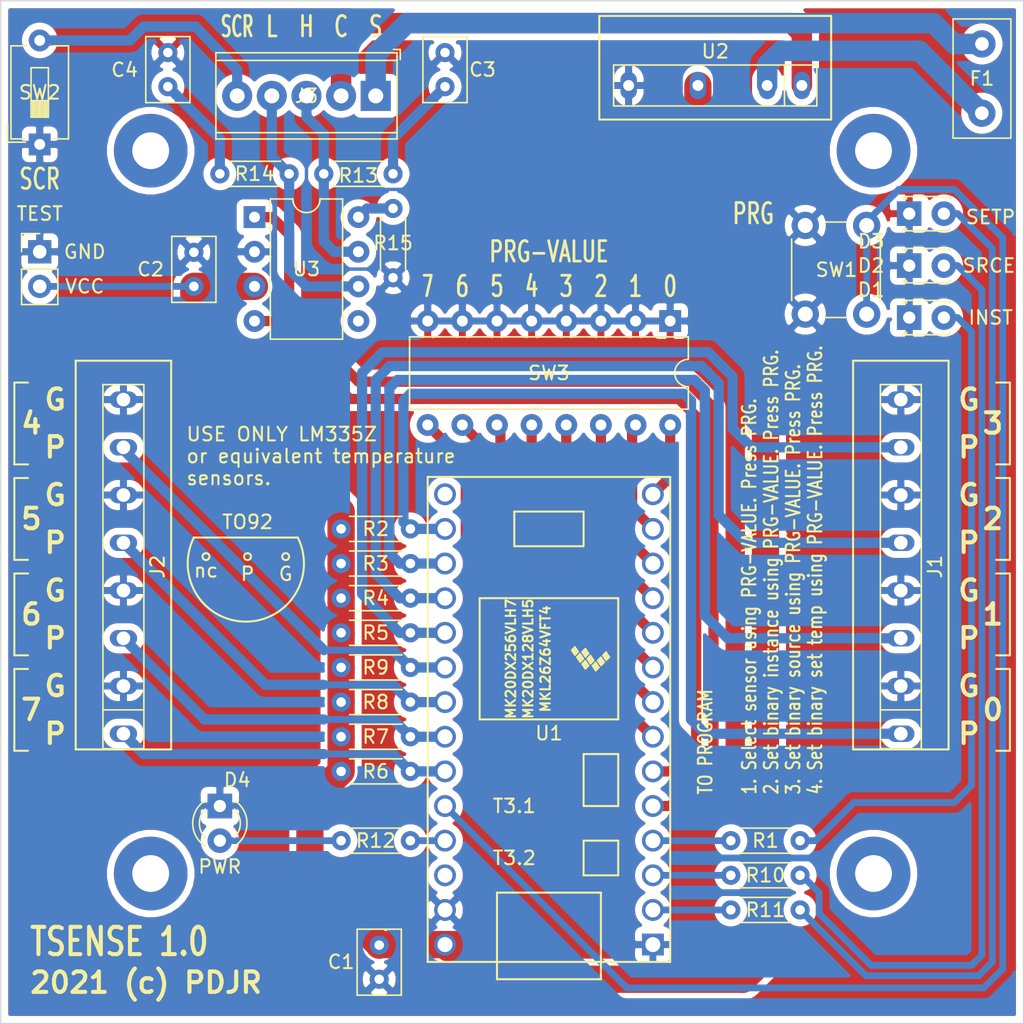
<source format=kicad_pcb>
(kicad_pcb (version 20171130) (host pcbnew 5.1.5-1.fc31)
  (title_block (title "TMP108 Temperature Module") (date 2020-09-16) (rev 1.0) (company "PDJR <preeve@pdjr.eu>"))
  (layers (0 F.Cu signal hide) (31 B.Cu signal hide) (35 F.Paste user hide) (37 F.SilkS user) (38 B.Mask user hide) (39 F.Mask user hide) (44 Edge.Cuts user))
  (net 0 "")
  (net 1 GND)
  (net 2 "Net-(C3-Pad2)")
  (net 3 "Net-(C4-Pad2)")
  (net 4 "Net-(F1-Pad2)")
  (net 5 +5V)
  (net 6 /CAN_TX)
  (net 7 /CAN_RX)
  (net 8 /LED_PWR)
  (net 9 /CAN_SCR)
  (net 10 /CAN_L)
  (net 11 /CAN_H)
  (net 12 /NET_C)
  (net 13 /SENSOR_T0)
  (net 14 /SENSOR_T1)
  (net 15 /SENSOR_T2)
  (net 16 /SENSOR_T3)
  (net 17 /SENSOR_T4)
  (net 18 /SENSOR_T5)
  (net 19 /SENSOR_T6)
  (net 20 /SENSOR_T7)
  (net 21 /ADDR_7)
  (net 22 /ADDR_6)
  (net 23 /ADDR_5)
  (net 24 /ADDR_4)
  (net 25 /ADDR_3)
  (net 26 /ADDR_2)
  (net 27 /ADDR_1)
  (net 28 /ADDR_0)
  (net 29 "Net-(D1-Pad2)")
  (net 30 "Net-(D2-Pad2)")
  (net 31 "Net-(D3-Pad2)")
  (net 32 "Net-(D4-Pad2)")
  (net 33 /LED_INSTANCE)
  (net 34 /LED_SOURCE)
  (net 35 /LED_SETPOINT)
  (net 36 "Net-(R15-Pad2)")
  (net 37 "Net-(SW1-Pad2)")
  (net 38 "Net-(F1-Pad1)")
  (module PDJR-connectors:TMR-1-1211 (layer F.Cu) (at 188.392 93.218 180)
    (fp_text reference U2 (at 0 2.5) (layer F.SilkS))
    (fp_text value TMR-1-1211)
    (pad 1 thru_hole oval (at -6.35 0 180) (size 1.2 2) (drill 0.8) (layers *.Cu *.Mask) (net 12 /NET_C))
    (pad 2 thru_hole oval (at -3.81 0 180) (size 1.2 2) (drill 0.8) (layers *.Cu *.Mask) (net 4 "Net-(F1-Pad2)"))
    (pad 4 thru_hole oval (at 1.27 0 180) (size 1.2 2) (drill 0.8) (layers *.Cu *.Mask) (net 5 +5V))
    (pad 6 thru_hole oval (at 6.35 0 180) (size 1.2 2) (drill 0.8) (layers *.Cu *.Mask) (net 1 GND))
  )
  (module Connector_PinHeader_2.54mm:PinHeader_1x02_P2.54mm_Vertical (layer F.Cu) (at 138.862 105.41)
    (fp_text reference TEST (at 0 -2.794) (layer F.SilkS))
    (fp_text value PinHeader_1x02_P2.54mm_Vertical)
    (pad 2 thru_hole oval (at 0 2.54) (size 1.7 1.7) (drill 1) (layers *.Cu *.Mask) (net 5 +5V))
    (pad 1 thru_hole rect (at 0 0) (size 1.7 1.7) (drill 1) (layers *.Cu *.Mask) (net 1 GND))
  )
  (module Package_DIP:DIP-8_W7.62mm (layer F.Cu) (at 154.61 102.87)
    (fp_text reference U3 (at 3.81 3.81 180) (layer F.SilkS))
    (fp_text value MCP2551-I-P hide)
    (pad 8 thru_hole oval (at 7.62 0) (size 1.6 1.6) (drill 0.8) (layers *.Cu *.Mask) (net 36 "Net-(R15-Pad2)"))
    (pad 4 thru_hole oval (at 0 7.62) (size 1.6 1.6) (drill 0.8) (layers *.Cu *.Mask) (net 7 /CAN_RX))
    (pad 7 thru_hole oval (at 7.62 2.54) (size 1.6 1.6) (drill 0.8) (layers *.Cu *.Mask) (net 11 /CAN_H))
    (pad 3 thru_hole oval (at 0 5.08) (size 1.6 1.6) (drill 0.8) (layers *.Cu *.Mask) (net 5 +5V))
    (pad 6 thru_hole oval (at 7.62 5.08) (size 1.6 1.6) (drill 0.8) (layers *.Cu *.Mask) (net 10 /CAN_L))
    (pad 2 thru_hole oval (at 0 2.54) (size 1.6 1.6) (drill 0.8) (layers *.Cu *.Mask) (net 1 GND))
    (pad 5 thru_hole oval (at 7.62 7.62) (size 1.6 1.6) (drill 0.8) (layers *.Cu *.Mask))
    (pad 1 thru_hole rect (at 0 0) (size 1.6 1.6) (drill 0.8) (layers *.Cu *.Mask) (net 6 /CAN_TX))
  )
  (module Capacitor_THT:C_Rect_L4.6mm_W3.0mm_P2.50mm_MKS02_FKP02 (layer F.Cu) (at 148.26 90.805 270)
    (fp_text reference C4 (at 1.27 3.175 180) (layer F.SilkS))
    (fp_text value 560p)
    (pad 2 thru_hole circle (at 2.5 0 270) (size 1.4 1.4) (drill 0.7) (layers *.Cu *.Mask) (net 3 "Net-(C4-Pad2)"))
    (pad 1 thru_hole circle (at 0 0 270) (size 1.4 1.4) (drill 0.7) (layers *.Cu *.Mask) (net 1 GND))
  )
  (module Capacitor_THT:C_Rect_L4.6mm_W3.0mm_P2.50mm_MKS02_FKP02 (layer F.Cu) (at 168.58 90.805 270)
    (fp_text reference C3 (at 1.25 -2.75 180) (layer F.SilkS))
    (fp_text value 560p)
    (pad 2 thru_hole circle (at 2.5 0 270) (size 1.4 1.4) (drill 0.7) (layers *.Cu *.Mask) (net 2 "Net-(C3-Pad2)"))
    (pad 1 thru_hole circle (at 0 0 270) (size 1.4 1.4) (drill 0.7) (layers *.Cu *.Mask) (net 1 GND))
  )
  (module Capacitor_THT:C_Rect_L4.6mm_W3.0mm_P2.50mm_MKS02_FKP02 (layer F.Cu) (at 150.165 107.95 90)
    (fp_text reference C2 (at 1.25 -3.175 180) (layer F.SilkS))
    (fp_text value 100n)
    (pad 2 thru_hole circle (at 2.5 0 90) (size 1.4 1.4) (drill 0.7) (layers *.Cu *.Mask) (net 1 GND))
    (pad 1 thru_hole circle (at 0 0 90) (size 1.4 1.4) (drill 0.7) (layers *.Cu *.Mask) (net 5 +5V))
  )
  (module Capacitor_THT:C_Rect_L4.6mm_W3.0mm_P2.50mm_MKS02_FKP02 (layer F.Cu) (at 163.754 156.25 270)
    (fp_text reference C1 (at 1.23 2.794 180) (layer F.SilkS))
    (fp_text value 100nF)
    (pad 2 thru_hole circle (at 2.5 0 270) (size 1.4 1.4) (drill 0.7) (layers *.Cu *.Mask) (net 1 GND))
    (pad 1 thru_hole circle (at 0 0 270) (size 1.4 1.4) (drill 0.7) (layers *.Cu *.Mask) (net 5 +5V))
  )
  (module Resistor_THT:R_Axial_DIN0204_L3.6mm_D1.6mm_P5.08mm_Horizontal (layer F.Cu) (at 166.04 133.35 180)
    (fp_text reference R5 (at 2.54 0) (layer F.SilkS))
    (fp_text value 2K2)
    (pad 2 thru_hole oval (at 5.08 0 180) (size 1.4 1.4) (drill 0.7) (layers *.Cu *.Mask) (net 5 +5V))
    (pad 1 thru_hole circle (at 0 0 180) (size 1.4 1.4) (drill 0.7) (layers *.Cu *.Mask) (net 16 /SENSOR_T3))
  )
  (module Resistor_THT:R_Axial_DIN0204_L3.6mm_D1.6mm_P5.08mm_Horizontal (layer F.Cu) (at 166.04 130.81 180)
    (fp_text reference R4 (at 2.54 0) (layer F.SilkS))
    (fp_text value 2K2)
    (pad 2 thru_hole oval (at 5.08 0 180) (size 1.4 1.4) (drill 0.7) (layers *.Cu *.Mask) (net 5 +5V))
    (pad 1 thru_hole circle (at 0 0 180) (size 1.4 1.4) (drill 0.7) (layers *.Cu *.Mask) (net 15 /SENSOR_T2))
  )
  (module Resistor_THT:R_Axial_DIN0204_L3.6mm_D1.6mm_P5.08mm_Horizontal (layer F.Cu) (at 166.04 125.73 180)
    (fp_text reference R2 (at 2.54 0) (layer F.SilkS))
    (fp_text value 2K2)
    (pad 2 thru_hole oval (at 5.08 0 180) (size 1.4 1.4) (drill 0.7) (layers *.Cu *.Mask) (net 5 +5V))
    (pad 1 thru_hole circle (at 0 0 180) (size 1.4 1.4) (drill 0.7) (layers *.Cu *.Mask) (net 13 /SENSOR_T0))
  )
  (module Resistor_THT:R_Axial_DIN0204_L3.6mm_D1.6mm_P5.08mm_Horizontal (layer F.Cu) (at 166.04 140.97 180)
    (fp_text reference R7 (at 2.54 0) (layer F.SilkS))
    (fp_text value 2K2)
    (pad 2 thru_hole oval (at 5.08 0 180) (size 1.4 1.4) (drill 0.7) (layers *.Cu *.Mask) (net 5 +5V))
    (pad 1 thru_hole circle (at 0 0 180) (size 1.4 1.4) (drill 0.7) (layers *.Cu *.Mask) (net 19 /SENSOR_T6))
  )
  (module Resistor_THT:R_Axial_DIN0204_L3.6mm_D1.6mm_P5.08mm_Horizontal (layer F.Cu) (at 166.04 128.27 180)
    (fp_text reference R3 (at 2.54 0) (layer F.SilkS))
    (fp_text value 2K2)
    (pad 2 thru_hole oval (at 5.08 0 180) (size 1.4 1.4) (drill 0.7) (layers *.Cu *.Mask) (net 5 +5V))
    (pad 1 thru_hole circle (at 0 0 180) (size 1.4 1.4) (drill 0.7) (layers *.Cu *.Mask) (net 14 /SENSOR_T1))
  )
  (module Resistor_THT:R_Axial_DIN0204_L3.6mm_D1.6mm_P5.08mm_Horizontal (layer F.Cu) (at 166.04 138.43 180)
    (fp_text reference R8 (at 2.54 0) (layer F.SilkS))
    (fp_text value 2K2)
    (pad 2 thru_hole oval (at 5.08 0 180) (size 1.4 1.4) (drill 0.7) (layers *.Cu *.Mask) (net 5 +5V))
    (pad 1 thru_hole circle (at 0 0 180) (size 1.4 1.4) (drill 0.7) (layers *.Cu *.Mask) (net 18 /SENSOR_T5))
  )
  (module Resistor_THT:R_Axial_DIN0204_L3.6mm_D1.6mm_P5.08mm_Horizontal (layer F.Cu) (at 166.04 135.89 180)
    (fp_text reference R9 (at 2.54 0) (layer F.SilkS))
    (fp_text value 2K2)
    (pad 2 thru_hole oval (at 5.08 0 180) (size 1.4 1.4) (drill 0.7) (layers *.Cu *.Mask) (net 5 +5V))
    (pad 1 thru_hole circle (at 0 0 180) (size 1.4 1.4) (drill 0.7) (layers *.Cu *.Mask) (net 17 /SENSOR_T4))
  )
  (module Resistor_THT:R_Axial_DIN0204_L3.6mm_D1.6mm_P5.08mm_Horizontal (layer F.Cu) (at 166.04 143.51 180)
    (fp_text reference R6 (at 2.54 0) (layer F.SilkS))
    (fp_text value 2K2)
    (pad 2 thru_hole oval (at 5.08 0 180) (size 1.4 1.4) (drill 0.7) (layers *.Cu *.Mask) (net 5 +5V))
    (pad 1 thru_hole circle (at 0 0 180) (size 1.4 1.4) (drill 0.7) (layers *.Cu *.Mask) (net 20 /SENSOR_T7))
  )
  (module Button_Switch_THT:SW_PUSH_6mm_H4.3mm (layer F.Cu) (at 194.996 109.982 90)
    (fp_text reference SW1 (at 3.25 2.286 180) (layer F.SilkS))
    (fp_text value PRG (at 7.366 -3.81 180) (layer F.SilkS) (effects (font (size 1.5 1) (thickness 0.2))))
    (pad 1 thru_hole circle (at 6.5 0 180) (size 2 2) (drill 1.1) (layers *.Cu *.Mask) (net 1 GND))
    (pad 2 thru_hole circle (at 6.5 4.5 180) (size 2 2) (drill 1.1) (layers *.Cu *.Mask) (net 37 "Net-(SW1-Pad2)"))
    (pad 1 thru_hole circle (at 0 0 180) (size 2 2) (drill 1.1) (layers *.Cu *.Mask) (net 1 GND))
    (pad 2 thru_hole circle (at 0 4.5 180) (size 2 2) (drill 1.1) (layers *.Cu *.Mask) (net 37 "Net-(SW1-Pad2)"))
  )
  (module Button_Switch_THT:SW_DIP_SPSTx01_Slide_6.7x4.1mm_W7.62mm_P2.54mm_LowProfile (layer F.Cu) (at 138.862 97.536 90)
    (fp_text reference SW2 (at 3.81 0 180) (layer F.SilkS))
    (fp_text value SCR (at -2.54 0 180) (layer F.SilkS) (effects (font (size 1.5 1) (thickness 0.2))))
    (pad 2 thru_hole oval (at 7.62 0 90) (size 1.6 1.6) (drill 0.8) (layers *.Cu *.Mask) (net 9 /CAN_SCR))
    (pad 1 thru_hole rect (at 0 0 90) (size 1.6 1.6) (drill 0.8) (layers *.Cu *.Mask) (net 1 GND))
  )
  (module PDJR-connectors:Phoenix-FK-MPT-8-3,5 (layer F.Cu) (at 202 128.5 90)
    (fp_text reference J1 (at 0 2.5 90) (layer F.SilkS))
    (fp_text value Screw_Terminal_01x08)
    (pad 8 thru_hole oval (at 12.25 0 90) (size 1.2 2) (drill 1) (layers *.Cu *.Mask) (net 1 GND))
    (pad 7 thru_hole oval (at 8.75 0 90) (size 1.2 2) (drill 1) (layers *.Cu *.Mask) (net 16 /SENSOR_T3))
    (pad 6 thru_hole oval (at 5.25 0 90) (size 1.2 2) (drill 1) (layers *.Cu *.Mask) (net 1 GND))
    (pad 5 thru_hole oval (at 1.75 0 90) (size 1.2 2) (drill 1) (layers *.Cu *.Mask) (net 15 /SENSOR_T2))
    (pad 4 thru_hole oval (at -1.75 0 90) (size 1.2 2) (drill 1) (layers *.Cu *.Mask) (net 1 GND))
    (pad 3 thru_hole oval (at -5.25 0 90) (size 1.2 2) (drill 1) (layers *.Cu *.Mask) (net 14 /SENSOR_T1))
    (pad 2 thru_hole oval (at -8.75 0 90) (size 1.2 2) (drill 1) (layers *.Cu *.Mask) (net 1 GND))
    (pad 1 thru_hole oval (at -12.25 0 90) (size 1.2 2) (drill 1) (layers *.Cu *.Mask) (net 13 /SENSOR_T0))
  )
  (module PDJR-connectors:Phoenix-FK-MPT-8-3,5 (layer F.Cu) (at 145 128.5 90)
    (fp_text reference J2 (at 0 2.5 90) (layer F.SilkS))
    (fp_text value Screw_Terminal_01x08)
    (pad 8 thru_hole oval (at 12.25 0 90) (size 1.2 2) (drill 1) (layers *.Cu *.Mask) (net 1 GND))
    (pad 7 thru_hole oval (at 8.75 0 90) (size 1.2 2) (drill 1) (layers *.Cu *.Mask) (net 17 /SENSOR_T4))
    (pad 6 thru_hole oval (at 5.25 0 90) (size 1.2 2) (drill 1) (layers *.Cu *.Mask) (net 1 GND))
    (pad 5 thru_hole oval (at 1.75 0 90) (size 1.2 2) (drill 1) (layers *.Cu *.Mask) (net 18 /SENSOR_T5))
    (pad 4 thru_hole oval (at -1.75 0 90) (size 1.2 2) (drill 1) (layers *.Cu *.Mask) (net 1 GND))
    (pad 3 thru_hole oval (at -5.25 0 90) (size 1.2 2) (drill 1) (layers *.Cu *.Mask) (net 19 /SENSOR_T6))
    (pad 2 thru_hole oval (at -8.75 0 90) (size 1.2 2) (drill 1) (layers *.Cu *.Mask) (net 1 GND))
    (pad 1 thru_hole oval (at -12.25 0 90) (size 1.2 2) (drill 1) (layers *.Cu *.Mask) (net 20 /SENSOR_T7))
  )
  (module Resistor_THT:R_Axial_DIN0204_L3.6mm_D1.6mm_P5.08mm_Horizontal (layer F.Cu) (at 189.535 153.67)
    (fp_text reference R11 (at 2.54 0) (layer F.SilkS))
    (fp_text value 200R)
    (pad 2 thru_hole oval (at 5.08 0) (size 1.4 1.4) (drill 0.7) (layers *.Cu *.Mask) (net 31 "Net-(D3-Pad2)"))
    (pad 1 thru_hole circle (at 0 0) (size 1.4 1.4) (drill 0.7) (layers *.Cu *.Mask) (net 35 /LED_SETPOINT))
  )
  (module LED_THT:LED_D1.8mm_W3.3mm_H2.4mm (layer F.Cu) (at 202.616 102.616)
    (fp_text reference D3 (at -2.794 2.032) (layer F.SilkS))
    (fp_text value SETP (at 5.969 0.254) (layer F.SilkS))
    (pad 2 thru_hole circle (at 2.54 0) (size 1.8 1.8) (drill 0.9) (layers *.Cu *.Mask) (net 31 "Net-(D3-Pad2)"))
    (pad 1 thru_hole rect (at 0 0) (size 1.8 1.8) (drill 0.9) (layers *.Cu *.Mask) (net 1 GND))
  )
  (module LED_THT:LED_D1.8mm_W3.3mm_H2.4mm (layer F.Cu) (at 202.616 106.426)
    (fp_text reference D2 (at -2.794 0) (layer F.SilkS))
    (fp_text value SRCE (at 5.842 0) (layer F.SilkS))
    (pad 2 thru_hole circle (at 2.54 0) (size 1.8 1.8) (drill 0.9) (layers *.Cu *.Mask) (net 30 "Net-(D2-Pad2)"))
    (pad 1 thru_hole rect (at 0 0) (size 1.8 1.8) (drill 0.9) (layers *.Cu *.Mask) (net 1 GND))
  )
  (module LED_THT:LED_D1.8mm_W3.3mm_H2.4mm (layer F.Cu) (at 202.616 110.236)
    (fp_text reference D1 (at -2.794 -2.032) (layer F.SilkS))
    (fp_text value INST (at 5.969 0) (layer F.SilkS))
    (pad 2 thru_hole circle (at 2.54 0) (size 1.8 1.8) (drill 0.9) (layers *.Cu *.Mask) (net 29 "Net-(D1-Pad2)"))
    (pad 1 thru_hole rect (at 0 0) (size 1.8 1.8) (drill 0.9) (layers *.Cu *.Mask) (net 1 GND))
  )
  (module Resistor_THT:R_Axial_DIN0204_L3.6mm_D1.6mm_P5.08mm_Horizontal (layer F.Cu) (at 189.535 148.59)
    (fp_text reference R1 (at 2.54 0) (layer F.SilkS))
    (fp_text value 200R)
    (pad 2 thru_hole oval (at 5.08 0) (size 1.4 1.4) (drill 0.7) (layers *.Cu *.Mask) (net 29 "Net-(D1-Pad2)"))
    (pad 1 thru_hole circle (at 0 0) (size 1.4 1.4) (drill 0.7) (layers *.Cu *.Mask) (net 33 /LED_INSTANCE))
  )
  (module PDJR:Teensy30_31_32_LC (layer F.Cu) (at 176.2 139.7 90)
    (fp_text reference U1 (at -1.016 0 180) (layer F.SilkS))
    (fp_text value Teensy_3.2)
    (fp_text user MK20DX128VLH5 (at 4.445 -1.524 90) (layer F.SilkS) (effects (font (size 0.7 0.7))))
    (fp_text user MKL26Z64VFT4 (at 4.445 -0.254 90) (layer F.SilkS) (effects (font (size 0.7 0.7))))
    (fp_text user MK20DX256VLH7 (at 4.445 -2.794 90) (layer F.SilkS) (effects (font (size 0.7 0.7))))
    (fp_text user T3.1 (at -6.35 -2.54 180) (layer F.SilkS))
    (fp_text user T3.2 (at -10.16 -2.54 180) (layer F.SilkS))
    (pad 1 thru_hole rect (at -16.51 7.62 90) (size 1.6 1.6) (drill 1.1) (layers *.Cu *.Mask) (net 1 GND))
    (pad 2 thru_hole circle (at -13.97 7.62 90) (size 1.6 1.6) (drill 1.1) (layers *.Cu *.Mask) (net 35 /LED_SETPOINT))
    (pad 3 thru_hole circle (at -11.43 7.62 90) (size 1.6 1.6) (drill 1.1) (layers *.Cu *.Mask) (net 34 /LED_SOURCE))
    (pad 4 thru_hole circle (at -8.89 7.62 90) (size 1.6 1.6) (drill 1.1) (layers *.Cu *.Mask) (net 33 /LED_INSTANCE))
    (pad 5 thru_hole circle (at -6.35 7.62 90) (size 1.6 1.6) (drill 1.1) (layers *.Cu *.Mask) (net 6 /CAN_TX))
    (pad 6 thru_hole circle (at -3.81 7.62 90) (size 1.6 1.6) (drill 1.1) (layers *.Cu *.Mask) (net 7 /CAN_RX))
    (pad 7 thru_hole circle (at -1.27 7.62 90) (size 1.6 1.6) (drill 1.1) (layers *.Cu *.Mask) (net 21 /ADDR_7))
    (pad 8 thru_hole circle (at 1.27 7.62 90) (size 1.6 1.6) (drill 1.1) (layers *.Cu *.Mask) (net 22 /ADDR_6))
    (pad 9 thru_hole circle (at 3.81 7.62 90) (size 1.6 1.6) (drill 1.1) (layers *.Cu *.Mask) (net 23 /ADDR_5))
    (pad 10 thru_hole circle (at 6.35 7.62 90) (size 1.6 1.6) (drill 1.1) (layers *.Cu *.Mask) (net 24 /ADDR_4))
    (pad 11 thru_hole circle (at 8.89 7.62 90) (size 1.6 1.6) (drill 1.1) (layers *.Cu *.Mask) (net 25 /ADDR_3))
    (pad 12 thru_hole circle (at 11.43 7.62 90) (size 1.6 1.6) (drill 1.1) (layers *.Cu *.Mask) (net 26 /ADDR_2))
    (pad 13 thru_hole circle (at 13.97 7.62 90) (size 1.6 1.6) (drill 1.1) (layers *.Cu *.Mask) (net 27 /ADDR_1))
    (pad 28 thru_hole circle (at -16.51 -7.62 90) (size 1.6 1.6) (drill 1.1) (layers *.Cu *.Mask) (net 5 +5V))
    (pad 27 thru_hole circle (at -13.97 -7.62 90) (size 1.6 1.6) (drill 1.1) (layers *.Cu *.Mask) (net 1 GND))
    (pad 26 thru_hole circle (at -11.43 -7.62 90) (size 1.6 1.6) (drill 1.1) (layers *.Cu *.Mask))
    (pad 25 thru_hole circle (at -8.89 -7.62 90) (size 1.6 1.6) (drill 1.1) (layers *.Cu *.Mask) (net 8 /LED_PWR))
    (pad 24 thru_hole circle (at -6.35 -7.62 90) (size 1.6 1.6) (drill 1.1) (layers *.Cu *.Mask) (net 37 "Net-(SW1-Pad2)"))
    (pad 23 thru_hole circle (at -3.81 -7.62 90) (size 1.6 1.6) (drill 1.1) (layers *.Cu *.Mask) (net 20 /SENSOR_T7))
    (pad 22 thru_hole circle (at -1.27 -7.62 90) (size 1.6 1.6) (drill 1.1) (layers *.Cu *.Mask) (net 19 /SENSOR_T6))
    (pad 21 thru_hole circle (at 1.27 -7.62 90) (size 1.6 1.6) (drill 1.1) (layers *.Cu *.Mask) (net 18 /SENSOR_T5))
    (pad 20 thru_hole circle (at 3.81 -7.62 90) (size 1.6 1.6) (drill 1.1) (layers *.Cu *.Mask) (net 17 /SENSOR_T4))
    (pad 19 thru_hole circle (at 6.35 -7.62 90) (size 1.6 1.6) (drill 1.1) (layers *.Cu *.Mask) (net 16 /SENSOR_T3))
    (pad 18 thru_hole circle (at 8.89 -7.62 90) (size 1.6 1.6) (drill 1.1) (layers *.Cu *.Mask) (net 15 /SENSOR_T2))
    (pad 17 thru_hole circle (at 11.43 -7.62 90) (size 1.6 1.6) (drill 1.1) (layers *.Cu *.Mask) (net 14 /SENSOR_T1))
    (pad 16 thru_hole circle (at 13.97 -7.62 90) (size 1.6 1.6) (drill 1.1) (layers *.Cu *.Mask) (net 13 /SENSOR_T0))
    (pad 14 thru_hole circle (at 16.51 7.62 90) (size 1.6 1.6) (drill 1.1) (layers *.Cu *.Mask) (net 28 /ADDR_0))
    (pad 15 thru_hole circle (at 16.51 -7.62 90) (size 1.6 1.6) (drill 1.1) (layers *.Cu *.Mask))
  )
  (module LED_THT:LED_D3.0mm_FlatTop (layer F.Cu) (at 152.07 146.05 270)
    (fp_text reference D4 (at -1.905 -1.27 180) (layer F.SilkS))
    (fp_text value PWR (at 4.445 0 180) (layer F.SilkS))
    (pad 2 thru_hole circle (at 2.54 0 270) (size 1.8 1.8) (drill 0.9) (layers *.Cu *.Mask) (net 32 "Net-(D4-Pad2)"))
    (pad 1 thru_hole rect (at 0 0 270) (size 1.8 1.8) (drill 0.9) (layers *.Cu *.Mask) (net 1 GND))
  )
  (module Resistor_THT:R_Axial_DIN0204_L3.6mm_D1.6mm_P5.08mm_Horizontal (layer F.Cu) (at 152.07 99.695)
    (fp_text reference R14 (at 2.54 0) (layer F.SilkS))
    (fp_text value 100R)
    (pad 2 thru_hole oval (at 5.08 0) (size 1.4 1.4) (drill 0.7) (layers *.Cu *.Mask) (net 10 /CAN_L))
    (pad 1 thru_hole circle (at 0 0) (size 1.4 1.4) (drill 0.7) (layers *.Cu *.Mask) (net 3 "Net-(C4-Pad2)"))
  )
  (module Resistor_THT:R_Axial_DIN0204_L3.6mm_D1.6mm_P5.08mm_Horizontal (layer F.Cu) (at 159.69 99.695)
    (fp_text reference R13 (at 2.54 0.127) (layer F.SilkS))
    (fp_text value 100R)
    (pad 2 thru_hole oval (at 5.08 0) (size 1.4 1.4) (drill 0.7) (layers *.Cu *.Mask) (net 2 "Net-(C3-Pad2)"))
    (pad 1 thru_hole circle (at 0 0) (size 1.4 1.4) (drill 0.7) (layers *.Cu *.Mask) (net 11 /CAN_H))
  )
  (module Resistor_THT:R_Axial_DIN0204_L3.6mm_D1.6mm_P5.08mm_Horizontal (layer F.Cu) (at 164.77 107.315 90)
    (fp_text reference R15 (at 2.54 0 180) (layer F.SilkS))
    (fp_text value 4K7)
    (pad 2 thru_hole oval (at 5.08 0 90) (size 1.4 1.4) (drill 0.7) (layers *.Cu *.Mask) (net 36 "Net-(R15-Pad2)"))
    (pad 1 thru_hole circle (at 0 0 90) (size 1.4 1.4) (drill 0.7) (layers *.Cu *.Mask) (net 1 GND))
  )
  (module Resistor_THT:R_Axial_DIN0204_L3.6mm_D1.6mm_P5.08mm_Horizontal (layer F.Cu) (at 166.04 148.59 180)
    (fp_text reference R12 (at 2.54 0) (layer F.SilkS))
    (fp_text value 200R)
    (pad 2 thru_hole oval (at 5.08 0 180) (size 1.4 1.4) (drill 0.7) (layers *.Cu *.Mask) (net 32 "Net-(D4-Pad2)"))
    (pad 1 thru_hole circle (at 0 0 180) (size 1.4 1.4) (drill 0.7) (layers *.Cu *.Mask) (net 8 /LED_PWR))
  )
  (module Resistor_THT:R_Axial_DIN0204_L3.6mm_D1.6mm_P5.08mm_Horizontal (layer F.Cu) (at 189.535 151.13)
    (fp_text reference R10 (at 2.54 0) (layer F.SilkS))
    (fp_text value 200R)
    (pad 2 thru_hole oval (at 5.08 0) (size 1.4 1.4) (drill 0.7) (layers *.Cu *.Mask) (net 30 "Net-(D2-Pad2)"))
    (pad 1 thru_hole circle (at 0 0) (size 1.4 1.4) (drill 0.7) (layers *.Cu *.Mask) (net 34 /LED_SOURCE))
  )
  (module Package_DIP:DIP-16_W7.62mm (layer F.Cu) (at 185.09 110.49 270)
    (fp_text reference SW3 (at 3.81 8.89 180) (layer F.SilkS))
    (fp_text value PRG-VALUE (at -5.08 8.89 180) (layer F.SilkS) (effects (font (size 1.5 1) (thickness 0.2))))
    (pad 16 thru_hole oval (at 7.62 0 270) (size 1.6 1.6) (drill 0.8) (layers *.Cu *.Mask) (net 28 /ADDR_0))
    (pad 8 thru_hole oval (at 0 17.78 270) (size 1.6 1.6) (drill 0.8) (layers *.Cu *.Mask) (net 1 GND))
    (pad 15 thru_hole oval (at 7.62 2.54 270) (size 1.6 1.6) (drill 0.8) (layers *.Cu *.Mask) (net 27 /ADDR_1))
    (pad 7 thru_hole oval (at 0 15.24 270) (size 1.6 1.6) (drill 0.8) (layers *.Cu *.Mask) (net 1 GND))
    (pad 14 thru_hole oval (at 7.62 5.08 270) (size 1.6 1.6) (drill 0.8) (layers *.Cu *.Mask) (net 26 /ADDR_2))
    (pad 6 thru_hole oval (at 0 12.7 270) (size 1.6 1.6) (drill 0.8) (layers *.Cu *.Mask) (net 1 GND))
    (pad 13 thru_hole oval (at 7.62 7.62 270) (size 1.6 1.6) (drill 0.8) (layers *.Cu *.Mask) (net 25 /ADDR_3))
    (pad 5 thru_hole oval (at 0 10.16 270) (size 1.6 1.6) (drill 0.8) (layers *.Cu *.Mask) (net 1 GND))
    (pad 12 thru_hole oval (at 7.62 10.16 270) (size 1.6 1.6) (drill 0.8) (layers *.Cu *.Mask) (net 24 /ADDR_4))
    (pad 4 thru_hole oval (at 0 7.62 270) (size 1.6 1.6) (drill 0.8) (layers *.Cu *.Mask) (net 1 GND))
    (pad 11 thru_hole oval (at 7.62 12.7 270) (size 1.6 1.6) (drill 0.8) (layers *.Cu *.Mask) (net 23 /ADDR_5))
    (pad 3 thru_hole oval (at 0 5.08 270) (size 1.6 1.6) (drill 0.8) (layers *.Cu *.Mask) (net 1 GND))
    (pad 10 thru_hole oval (at 7.62 15.24 270) (size 1.6 1.6) (drill 0.8) (layers *.Cu *.Mask) (net 22 /ADDR_6))
    (pad 2 thru_hole oval (at 0 2.54 270) (size 1.6 1.6) (drill 0.8) (layers *.Cu *.Mask) (net 1 GND))
    (pad 9 thru_hole oval (at 7.62 17.78 270) (size 1.6 1.6) (drill 0.8) (layers *.Cu *.Mask) (net 21 /ADDR_7))
    (pad 1 thru_hole rect (at 0 0 270) (size 1.6 1.6) (drill 0.8) (layers *.Cu *.Mask) (net 1 GND))
  )
  (module TerminalBlock_Phoenix:TerminalBlock_Phoenix_MPT-0,5-5-2.54_1x05_P2.54mm_Horizontal (layer F.Cu) (at 163.5 93.98 180)
    (fp_text reference J3 (at 5.08 0) (layer F.SilkS))
    (fp_text value CAN)
    (pad 5 thru_hole circle (at 10.16 0 180) (size 2.2 2.2) (drill 1.1) (layers *.Cu *.Mask) (net 9 /CAN_SCR))
    (pad 4 thru_hole circle (at 7.62 0 180) (size 2.2 2.2) (drill 1.1) (layers *.Cu *.Mask) (net 10 /CAN_L))
    (pad 3 thru_hole circle (at 5.08 0 180) (size 2.2 2.2) (drill 1.1) (layers *.Cu *.Mask) (net 11 /CAN_H))
    (pad 2 thru_hole circle (at 2.54 0 180) (size 2.2 2.2) (drill 1.1) (layers *.Cu *.Mask) (net 12 /NET_C))
    (pad 1 thru_hole rect (at 0 0 180) (size 2.2 2.2) (drill 1.1) (layers *.Cu *.Mask) (net 38 "Net-(F1-Pad1)"))
  )
  (module MountingHole:MountingHole_2.7mm_M2.5_Pad (layer F.Cu) (at 200 151)
    (fp_text reference REF** hide)
    (fp_text value MountingHole_2.7mm_M2.5_Pad hide)
    (pad 1 thru_hole circle (at 0 0) (size 5.4 5.4) (drill 2.7) (layers *.Cu *.Mask))
  )
  (module MountingHole:MountingHole_2.7mm_M2.5_Pad (layer F.Cu) (at 147 151)
    (fp_text reference REF** hide)
    (fp_text value MountingHole_2.7mm_M2.5_Pad hide)
    (pad 1 thru_hole circle (at 0 0) (size 5.4 5.4) (drill 2.7) (layers *.Cu *.Mask))
  )
  (module MountingHole:MountingHole_2.7mm_M2.5_Pad (layer F.Cu) (at 147 98)
    (fp_text reference REF** hide)
    (fp_text value M2.7 hide)
    (pad 1 thru_hole circle (at 0 0) (size 5.4 5.4) (drill 2.7) (layers *.Cu *.Mask))
  )
  (module MountingHole:MountingHole_2.7mm_M2.5_Pad (layer F.Cu) (at 200 98)
    (fp_text reference REF** hide)
    (fp_text value M2.7 hide)
    (pad 1 thru_hole circle (at 0 0) (size 5.4 5.4) (drill 2.7) (layers *.Cu *.Mask))
  )
  (module Fuse:Fuse_Littelfuse_395Series (layer F.Cu) (at 207.95 90.17 270)
    (fp_text reference F1 (at 2.54 0 180) (layer F.SilkS))
    (fp_text value 1A hide)
    (pad 2 thru_hole circle (at 5.08 0.01 270) (size 2 2) (drill 1) (layers *.Cu *.Mask) (net 4 "Net-(F1-Pad2)"))
    (pad 1 thru_hole circle (at 0 0 270) (size 2 2) (drill 1) (layers *.Cu *.Mask) (net 38 "Net-(F1-Pad1)"))
  )
  (gr_text TO92 (at 154.102 125.222) (layer F.SilkS) (effects (font (size 1 1))))
  (gr_text nc (at 151.054 128.778) (layer F.SilkS) (effects (font (size 1 1))))
  (gr_text P (at 154.102 129.032) (layer F.SilkS) (effects (font (size 1 1))))
  (gr_text G (at 156.896 129.032) (layer F.SilkS) (effects (font (size 1 1))))
  (gr_circle (center 156.896 127.762) (end 156.642 127.762) (layer F.SilkS) (width 0.15))
  (gr_circle (center 151.054 127.762) (end 151.308 127.762) (layer F.SilkS) (width 0.15))
  (gr_circle (center 154.102 127.762) (end 154.356 127.762) (layer F.SilkS) (width 0.15))
  (gr_arc (start 153.975 128.27) (end 150.165001 126.365001) (angle -233.1301024) (layer F.SilkS) (width 0.15))
  (gr_line (start 150.165 126.365) (end 157.785 126.365) (layer F.SilkS) (width 0.15))
  (gr_text "USE ONLY LM335Z\nor equivalent temperature\nsensors." (at 149.53 120.396) (layer F.SilkS) (effects (font (size 1 1)) (justify left)))
  (gr_text VCC (at 142.164 107.95) (layer F.SilkS) (effects (font (size 1 1))))
  (gr_text GND (at 142.164 105.41) (layer F.SilkS) (effects (font (size 1 1))))
  (gr_text "TO PROGRAM\n\n1. Select sensor using PRG-VALUE. Press PRG.\n2. Set binary instance using PRG-VALUE. Press PRG.\n3. Set binary source using PRG-VALUE. Press PRG.\n4. Set binary set temp using PRG-VALUE. Press PRG." (at 191.694 145.288 90) (layer F.SilkS) (effects (font (size 1 0.8)) (justify left)))
  (gr_line (start 137 142) (end 138 142) (layer F.SilkS) (width 0.15))
  (gr_line (start 137 136) (end 137 142) (layer F.SilkS) (width 0.15))
  (gr_line (start 138 136) (end 137 136) (layer F.SilkS) (width 0.15))
  (gr_line (start 137 135) (end 138 135) (layer F.SilkS) (width 0.15))
  (gr_line (start 137 129) (end 137 135) (layer F.SilkS) (width 0.15))
  (gr_line (start 138 129) (end 137 129) (layer F.SilkS) (width 0.15))
  (gr_line (start 137 128) (end 138 128) (layer F.SilkS) (width 0.15))
  (gr_line (start 137 122) (end 137 128) (layer F.SilkS) (width 0.15))
  (gr_line (start 138 122) (end 137 122) (layer F.SilkS) (width 0.15))
  (gr_line (start 137 115) (end 138 115) (layer F.SilkS) (width 0.15))
  (gr_line (start 137 121) (end 137 115) (layer F.SilkS) (width 0.15))
  (gr_line (start 138 121) (end 137 121) (layer F.SilkS) (width 0.15))
  (gr_line (start 210 142) (end 209 142) (layer F.SilkS) (width 0.15))
  (gr_line (start 210 136) (end 210 142) (layer F.SilkS) (width 0.15))
  (gr_line (start 209 136) (end 210 136) (layer F.SilkS) (width 0.15))
  (gr_line (start 210 135) (end 209 135) (layer F.SilkS) (width 0.15))
  (gr_line (start 210 129) (end 210 135) (layer F.SilkS) (width 0.15))
  (gr_line (start 209 129) (end 210 129) (layer F.SilkS) (width 0.15))
  (gr_line (start 210 128) (end 209 128) (layer F.SilkS) (width 0.15))
  (gr_line (start 210 122) (end 210 128) (layer F.SilkS) (width 0.15))
  (gr_line (start 209 122) (end 210 122) (layer F.SilkS) (width 0.15))
  (gr_line (start 210 121) (end 209 121) (layer F.SilkS) (width 0.15))
  (gr_line (start 210 115) (end 210 121) (layer F.SilkS) (width 0.15))
  (gr_line (start 209 115) (end 210 115) (layer F.SilkS) (width 0.15))
  (gr_text 0 (at 208.75 139) (layer F.SilkS) (effects (font (size 1.5 1.5) (thickness 0.3))))
  (gr_text 1 (at 208.75 132) (layer F.SilkS) (effects (font (size 1.5 1.5) (thickness 0.3))))
  (gr_text 2 (at 208.75 125) (layer F.SilkS) (effects (font (size 1.5 1.5) (thickness 0.3))))
  (gr_text 3 (at 208.75 118) (layer F.SilkS) (effects (font (size 1.5 1.5) (thickness 0.3))))
  (gr_text P (at 207 140.75) (layer F.SilkS) (effects (font (size 1.5 1.5) (thickness 0.3))))
  (gr_text G (at 207 137.25) (layer F.SilkS) (effects (font (size 1.5 1.5) (thickness 0.3))))
  (gr_text P (at 207 133.75) (layer F.SilkS) (effects (font (size 1.5 1.5) (thickness 0.3))))
  (gr_text G (at 207 130.25) (layer F.SilkS) (effects (font (size 1.5 1.5) (thickness 0.3))))
  (gr_text P (at 207 126.75) (layer F.SilkS) (effects (font (size 1.5 1.5) (thickness 0.3))))
  (gr_text G (at 207 123.25) (layer F.SilkS) (effects (font (size 1.5 1.5) (thickness 0.3))))
  (gr_text G (at 207 116.25) (layer F.SilkS) (effects (font (size 1.5 1.5) (thickness 0.3))))
  (gr_text P (at 207 119.75) (layer F.SilkS) (effects (font (size 1.5 1.5) (thickness 0.3))))
  (gr_text 7 (at 138.25 139) (layer F.SilkS) (effects (font (size 1.5 1.5) (thickness 0.3))))
  (gr_text 6 (at 138.25 132) (layer F.SilkS) (effects (font (size 1.5 1.5) (thickness 0.3))))
  (gr_text 5 (at 138.25 125) (layer F.SilkS) (effects (font (size 1.5 1.5) (thickness 0.3))))
  (gr_text 4 (at 138.25 118) (layer F.SilkS) (effects (font (size 1.5 1.5) (thickness 0.3))))
  (gr_text G (at 140 137.25) (layer F.SilkS) (effects (font (size 1.5 1.5) (thickness 0.3))))
  (gr_text G (at 140 116.25) (layer F.SilkS) (effects (font (size 1.5 1.5) (thickness 0.3))))
  (gr_text G (at 140 123.25) (layer F.SilkS) (effects (font (size 1.5 1.5) (thickness 0.3))))
  (gr_text G (at 140 130.25) (layer F.SilkS) (effects (font (size 1.5 1.5) (thickness 0.3))))
  (gr_text P (at 140 140.75) (layer F.SilkS) (effects (font (size 1.5 1.5) (thickness 0.3))))
  (gr_text P (at 140 133.75) (layer F.SilkS) (effects (font (size 1.5 1.5) (thickness 0.3))))
  (gr_text P (at 140 126.75) (layer F.SilkS) (effects (font (size 1.5 1.5) (thickness 0.3))))
  (gr_text P (at 140 119.75) (layer F.SilkS) (effects (font (size 1.5 1.5) (thickness 0.3))))
  (gr_text 7 (at 167.31 107.95) (layer F.SilkS) (effects (font (size 1.5 0.8) (thickness 0.2))))
  (gr_text SCR (at 153.34 88.9) (layer F.SilkS) (effects (font (size 1.5 0.8) (thickness 0.2))))
  (gr_text 4 (at 174.93 107.95) (layer F.SilkS) (effects (font (size 1.5 1) (thickness 0.2))))
  (gr_line (start 211 162) (end 136 162) (layer Edge.Cuts) (width 0.1))
  (gr_line (start 211 87) (end 211 162) (layer Edge.Cuts) (width 0.1))
  (gr_line (start 136 87) (end 211 87) (layer Edge.Cuts) (width 0.1))
  (gr_line (start 136 162) (end 136 87) (layer Edge.Cuts) (width 0.1))
  (gr_text 6 (at 169.85 107.95) (layer F.SilkS) (effects (font (size 1.5 1) (thickness 0.2))))
  (gr_text 5 (at 172.39 107.95) (layer F.SilkS) (effects (font (size 1.5 1) (thickness 0.2))))
  (gr_text 2 (at 180.01 107.95) (layer F.SilkS) (effects (font (size 1.5 1) (thickness 0.2))))
  (gr_text "2021 (c) PDJR" (at 138 159) (layer F.SilkS) (effects (font (size 1.5 1.5) (thickness 0.3)) (justify left)))
  (gr_text 3 (at 177.47 107.95) (layer F.SilkS) (effects (font (size 1.5 1) (thickness 0.2))))
  (gr_text 1 (at 182.55 107.95) (layer F.SilkS) (effects (font (size 1.5 1) (thickness 0.2))))
  (gr_text "TSENSE 1.0\n" (at 138 156) (layer F.SilkS) (effects (font (size 2 1.5) (thickness 0.3)) (justify left)))
  (gr_text L (at 155.88 88.9) (layer F.SilkS) (effects (font (size 1.5 1) (thickness 0.2))))
  (gr_text H (at 158.42 88.9) (layer F.SilkS) (effects (font (size 1.5 1) (thickness 0.2))))
  (gr_text S (at 163.5 88.9) (layer F.SilkS) (effects (font (size 1.5 1) (thickness 0.2))))
  (gr_text C (at 160.96 88.9) (layer F.SilkS) (effects (font (size 1.5 1) (thickness 0.2))))
  (gr_text 0 (at 185.09 107.95) (layer F.SilkS) (effects (font (size 1.5 1) (thickness 0.2))))
  (segment (start 158.42 100.33) (end 158.42 99.06) (width 0.25) (layer B.Cu) (net 1))
  (segment (start 161.468 106.68) (end 162.992 106.68) (width 0.25) (layer B.Cu) (net 1))
  (segment (start 163.754 100.838) (end 165.786 100.838) (width 0.25) (layer B.Cu) (net 1))
  (segment (start 193.726 149.86) (end 195.504 149.86) (width 0.5) (layer B.Cu) (net 1))
  (segment (start 188.646 149.86) (end 190.17 149.86) (width 0.5) (layer B.Cu) (net 1))
  (segment (start 188.646 152.4) (end 190.17 152.4) (width 0.5) (layer B.Cu) (net 1))
  (segment (start 164.77 97.115) (end 168.58 93.305) (width 0.75) (layer B.Cu) (net 2))
  (segment (start 164.77 99.695) (end 164.77 97.115) (width 0.75) (layer B.Cu) (net 2))
  (segment (start 152.07 97.115) (end 148.26 93.305) (width 0.75) (layer B.Cu) (net 3))
  (segment (start 152.07 99.695) (end 152.07 97.115) (width 0.75) (layer B.Cu) (net 3))
  (segment (start 205.82601 93.13601) (end 207.94 95.25) (width 1.5) (layer B.Cu) (net 4))
  (segment (start 192.202 93.218) (end 192.202 91.694) (width 1.5) (layer B.Cu) (net 4))
  (segment (start 192.202 91.694) (end 193.218 90.678) (width 1.5) (layer B.Cu) (net 4))
  (segment (start 203.368 90.678) (end 205.82601 93.13601) (width 1.5) (layer B.Cu) (net 4))
  (segment (start 193.218 90.678) (end 203.368 90.678) (width 1.5) (layer B.Cu) (net 4))
  (segment (start 168.834 156.464) (end 168.58 156.21) (width 2) (layer F.Cu) (net 5))
  (segment (start 163.794 156.21) (end 163.754 156.25) (width 2) (layer F.Cu) (net 5))
  (segment (start 168.58 156.21) (end 163.794 156.21) (width 2) (layer F.Cu) (net 5))
  (segment (start 163.754 156.21) (end 158.674 151.13) (width 2) (layer F.Cu) (net 5))
  (segment (start 163.754 156.25) (end 163.754 156.21) (width 2) (layer F.Cu) (net 5))
  (segment (start 158.674 151.17) (end 158.674 151.13) (width 0.75) (layer F.Cu) (net 5))
  (segment (start 158.674 145.796) (end 160.96 143.51) (width 2) (layer F.Cu) (net 5))
  (segment (start 158.674 151.17) (end 158.674 145.796) (width 2) (layer F.Cu) (net 5))
  (segment (start 160.96 143.51) (end 160.96 140.97) (width 2) (layer F.Cu) (net 5))
  (segment (start 160.96 140.97) (end 160.96 138.43) (width 2) (layer F.Cu) (net 5))
  (segment (start 160.96 138.43) (end 160.96 135.89) (width 2) (layer F.Cu) (net 5))
  (segment (start 160.96 135.89) (end 160.96 133.35) (width 2) (layer F.Cu) (net 5))
  (segment (start 160.96 133.35) (end 160.96 130.81) (width 2) (layer F.Cu) (net 5))
  (segment (start 160.96 130.81) (end 160.96 128.27) (width 2) (layer F.Cu) (net 5))
  (segment (start 160.96 128.27) (end 160.96 125.73) (width 2) (layer F.Cu) (net 5))
  (segment (start 160.96 124.46) (end 150.165 113.665) (width 2) (layer F.Cu) (net 5))
  (segment (start 160.96 125.73) (end 160.96 124.46) (width 2) (layer F.Cu) (net 5))
  (segment (start 150.165 113.665) (end 150.165 107.95) (width 2) (layer F.Cu) (net 5))
  (segment (start 150.165 107.95) (end 154.61 107.95) (width 2) (layer F.Cu) (net 5))
  (segment (start 138.862 107.95) (end 150.165 107.95) (width 0.5) (layer B.Cu) (net 5))
  (segment (start 187.122 101.092) (end 187.122 93.218) (width 2) (layer F.Cu) (net 5))
  (segment (start 192.075 106.045) (end 187.122 101.092) (width 2) (layer F.Cu) (net 5))
  (segment (start 192.075 157.099) (end 192.075 106.045) (width 2) (layer F.Cu) (net 5))
  (segment (start 173.66 158.75) (end 190.424 158.75) (width 2) (layer F.Cu) (net 5))
  (segment (start 171.12 156.21) (end 173.66 158.75) (width 2) (layer F.Cu) (net 5))
  (segment (start 190.424 158.75) (end 192.075 157.099) (width 2) (layer F.Cu) (net 5))
  (segment (start 168.58 156.21) (end 171.12 156.21) (width 2) (layer F.Cu) (net 5))
  (segment (start 185.09 146.05) (end 183.82 146.05) (width 0.75) (layer F.Cu) (net 6))
  (segment (start 188.265 142.875) (end 185.09 146.05) (width 0.75) (layer F.Cu) (net 6))
  (segment (start 188.265 116.84) (end 188.265 142.875) (width 0.75) (layer F.Cu) (net 6))
  (segment (start 155.88 102.87) (end 157.15 104.14) (width 0.75) (layer F.Cu) (net 6))
  (segment (start 186.36 114.935) (end 188.265 116.84) (width 0.75) (layer F.Cu) (net 6))
  (segment (start 157.15 104.14) (end 157.15 109.855) (width 0.75) (layer F.Cu) (net 6))
  (segment (start 157.15 109.855) (end 162.23 114.935) (width 0.75) (layer F.Cu) (net 6))
  (segment (start 162.23 114.935) (end 186.36 114.935) (width 0.75) (layer F.Cu) (net 6))
  (segment (start 154.61 102.87) (end 155.626 102.87) (width 0.75) (layer F.Cu) (net 6))
  (segment (start 155.626 102.87) (end 155.88 102.87) (width 0.75) (layer F.Cu) (net 6))
  (segment (start 185.09 143.51) (end 183.82 143.51) (width 0.75) (layer F.Cu) (net 7))
  (segment (start 155.88 110.49) (end 161.595 116.205) (width 0.75) (layer F.Cu) (net 7))
  (segment (start 186.995 141.605) (end 185.09 143.51) (width 0.75) (layer F.Cu) (net 7))
  (segment (start 161.595 116.205) (end 185.725 116.205) (width 0.75) (layer F.Cu) (net 7))
  (segment (start 185.725 116.205) (end 186.995 117.475) (width 0.75) (layer F.Cu) (net 7))
  (segment (start 154.61 110.49) (end 155.88 110.49) (width 0.75) (layer F.Cu) (net 7))
  (segment (start 186.995 117.475) (end 186.995 141.605) (width 0.75) (layer F.Cu) (net 7))
  (segment (start 168.58 148.59) (end 166.04 148.59) (width 0.5) (layer B.Cu) (net 8))
  (segment (start 153.34 92.075) (end 153.34 93.98) (width 0.75) (layer B.Cu) (net 9))
  (segment (start 150.292 88.9) (end 153.34 92.075) (width 0.75) (layer B.Cu) (net 9))
  (segment (start 138.862 89.916) (end 145.466 89.916) (width 0.75) (layer B.Cu) (net 9))
  (segment (start 146.482 88.9) (end 150.292 88.9) (width 0.75) (layer B.Cu) (net 9))
  (segment (start 145.466 89.916) (end 146.482 88.9) (width 0.75) (layer B.Cu) (net 9))
  (segment (start 155.88 98.425) (end 157.15 99.695) (width 0.75) (layer B.Cu) (net 10))
  (segment (start 155.88 93.98) (end 155.88 98.425) (width 0.75) (layer B.Cu) (net 10))
  (segment (start 157.15 99.695) (end 157.15 103.886) (width 0.75) (layer B.Cu) (net 10))
  (segment (start 162.23 107.95) (end 158.42 107.95) (width 0.75) (layer B.Cu) (net 10))
  (segment (start 157.15 106.68) (end 157.15 103.886) (width 0.75) (layer B.Cu) (net 10))
  (segment (start 158.42 107.95) (end 157.15 106.68) (width 0.75) (layer B.Cu) (net 10))
  (segment (start 159.69 103.632) (end 159.69 99.695) (width 0.75) (layer B.Cu) (net 11))
  (segment (start 159.69 96.774) (end 158.42 95.504) (width 0.75) (layer B.Cu) (net 11))
  (segment (start 159.69 99.695) (end 159.69 96.774) (width 0.75) (layer B.Cu) (net 11))
  (segment (start 158.42 93.98) (end 158.42 95.504) (width 0.75) (layer B.Cu) (net 11))
  (segment (start 162.23 105.41) (end 160.452 105.41) (width 0.75) (layer B.Cu) (net 11))
  (segment (start 160.452 105.41) (end 159.69 104.648) (width 0.75) (layer B.Cu) (net 11))
  (segment (start 159.69 104.648) (end 159.69 103.632) (width 0.75) (layer B.Cu) (net 11))
  (segment (start 194.742 89.408) (end 194.742 93.218) (width 1.5) (layer F.Cu) (net 12))
  (segment (start 193.98 88.646) (end 194.742 89.408) (width 1.5) (layer F.Cu) (net 12))
  (segment (start 162.738 88.646) (end 193.98 88.646) (width 1.5) (layer F.Cu) (net 12))
  (segment (start 160.96 90.424) (end 162.738 88.646) (width 1.5) (layer F.Cu) (net 12))
  (segment (start 160.96 93.98) (end 160.96 90.424) (width 1.5) (layer F.Cu) (net 12))
  (segment (start 168.58 125.73) (end 166.04 125.73) (width 0.75) (layer B.Cu) (net 13))
  (segment (start 165.532 116.332) (end 166.04 115.824) (width 0.75) (layer B.Cu) (net 13))
  (segment (start 166.04 125.73) (end 165.532 125.222) (width 0.75) (layer B.Cu) (net 13))
  (segment (start 165.532 125.222) (end 165.532 116.332) (width 0.75) (layer B.Cu) (net 13))
  (segment (start 186.614 116.332) (end 186.106 115.824) (width 0.75) (layer B.Cu) (net 13))
  (segment (start 186.614 139.7) (end 186.614 116.332) (width 0.75) (layer B.Cu) (net 13))
  (segment (start 166.04 115.824) (end 186.106 115.824) (width 0.75) (layer B.Cu) (net 13))
  (segment (start 202 140.75) (end 187.664 140.75) (width 0.75) (layer B.Cu) (net 13))
  (segment (start 187.664 140.75) (end 186.614 139.7) (width 0.75) (layer B.Cu) (net 13))
  (segment (start 168.58 128.27) (end 166.04 128.27) (width 0.75) (layer B.Cu) (net 14))
  (segment (start 165.27 128.27) (end 166.04 128.27) (width 0.75) (layer B.Cu) (net 14))
  (segment (start 164.5 127.5) (end 165.27 128.27) (width 0.75) (layer B.Cu) (net 14))
  (segment (start 165.08999 114.808) (end 164.5 115.39799) (width 0.75) (layer B.Cu) (net 14))
  (segment (start 202 133.75) (end 189.3 133.75) (width 0.75) (layer B.Cu) (net 14))
  (segment (start 186.868 114.808) (end 165.08999 114.808) (width 0.75) (layer B.Cu) (net 14))
  (segment (start 187.63 132.08) (end 187.63 115.57) (width 0.75) (layer B.Cu) (net 14))
  (segment (start 164.5 115.39799) (end 164.5 127.5) (width 0.75) (layer B.Cu) (net 14))
  (segment (start 189.3 133.75) (end 187.63 132.08) (width 0.75) (layer B.Cu) (net 14))
  (segment (start 187.63 115.57) (end 186.868 114.808) (width 0.75) (layer B.Cu) (net 14))
  (segment (start 166.04 130.81) (end 168.58 130.81) (width 0.75) (layer B.Cu) (net 15))
  (segment (start 165.25 130.81) (end 166.04 130.81) (width 0.75) (layer B.Cu) (net 15))
  (segment (start 163.5 129) (end 165.25 130.81) (width 0.75) (layer B.Cu) (net 15))
  (segment (start 163.5 114.808) (end 163.5 129) (width 0.75) (layer B.Cu) (net 15))
  (segment (start 164.516 113.792) (end 163.5 114.808) (width 0.75) (layer B.Cu) (net 15))
  (segment (start 188.646 124.714) (end 188.646 115.062) (width 0.75) (layer B.Cu) (net 15))
  (segment (start 202 126.75) (end 190.682 126.75) (width 0.75) (layer B.Cu) (net 15))
  (segment (start 187.376 113.792) (end 164.516 113.792) (width 0.75) (layer B.Cu) (net 15))
  (segment (start 190.682 126.75) (end 188.646 124.714) (width 0.75) (layer B.Cu) (net 15))
  (segment (start 188.646 115.062) (end 187.376 113.792) (width 0.75) (layer B.Cu) (net 15))
  (segment (start 168.58 133.35) (end 166.04 133.35) (width 0.75) (layer B.Cu) (net 16))
  (segment (start 165.25 133.35) (end 166.04 133.35) (width 0.75) (layer B.Cu) (net 16))
  (segment (start 162.5 130.5) (end 165.25 133.35) (width 0.75) (layer B.Cu) (net 16))
  (segment (start 162.5 114.284) (end 162.5 130.5) (width 0.75) (layer B.Cu) (net 16))
  (segment (start 191.048 119.75) (end 189.662 118.364) (width 0.75) (layer B.Cu) (net 16))
  (segment (start 164.008 112.776) (end 162.5 114.284) (width 0.75) (layer B.Cu) (net 16))
  (segment (start 187.884 112.776) (end 164.008 112.776) (width 0.75) (layer B.Cu) (net 16))
  (segment (start 189.662 118.364) (end 189.662 114.554) (width 0.75) (layer B.Cu) (net 16))
  (segment (start 202 119.75) (end 191.048 119.75) (width 0.75) (layer B.Cu) (net 16))
  (segment (start 189.662 114.554) (end 187.884 112.776) (width 0.75) (layer B.Cu) (net 16))
  (segment (start 168.58 135.89) (end 166.04 135.89) (width 0.75) (layer B.Cu) (net 17))
  (segment (start 159.69 134.62) (end 158.42 133.35) (width 0.75) (layer B.Cu) (net 17))
  (segment (start 164.77 134.62) (end 166.04 135.89) (width 0.75) (layer B.Cu) (net 17))
  (segment (start 162.23 134.62) (end 164.77 134.62) (width 0.75) (layer B.Cu) (net 17))
  (segment (start 159.69 134.62) (end 162.23 134.62) (width 0.5) (layer B.Cu) (net 17))
  (segment (start 145 119.93) (end 158.42 133.35) (width 0.75) (layer B.Cu) (net 17))
  (segment (start 145 119.75) (end 145 119.93) (width 0.75) (layer B.Cu) (net 17))
  (segment (start 166.04 138.43) (end 168.58 138.43) (width 0.75) (layer B.Cu) (net 18))
  (segment (start 162.23 137.16) (end 164.77 137.16) (width 0.75) (layer B.Cu) (net 18))
  (segment (start 164.77 137.16) (end 166.04 138.43) (width 0.75) (layer B.Cu) (net 18))
  (segment (start 159.69 137.16) (end 162.23 137.16) (width 0.5) (layer B.Cu) (net 18))
  (segment (start 155.41 137.16) (end 145 126.75) (width 0.75) (layer B.Cu) (net 18))
  (segment (start 159.69 137.16) (end 155.41 137.16) (width 0.75) (layer B.Cu) (net 18))
  (segment (start 168.58 140.97) (end 166.04 140.97) (width 0.75) (layer B.Cu) (net 19))
  (segment (start 162.23 139.7) (end 164.77 139.7) (width 0.75) (layer B.Cu) (net 19))
  (segment (start 164.77 139.7) (end 166.04 140.97) (width 0.75) (layer B.Cu) (net 19))
  (segment (start 159.69 139.7) (end 162.23 139.7) (width 0.5) (layer B.Cu) (net 19))
  (segment (start 150.95 139.7) (end 145 133.75) (width 0.75) (layer B.Cu) (net 19))
  (segment (start 159.69 139.7) (end 150.95 139.7) (width 0.75) (layer B.Cu) (net 19))
  (segment (start 166.04 143.51) (end 168.58 143.51) (width 0.75) (layer B.Cu) (net 20))
  (segment (start 164.77 142.24) (end 166.04 143.51) (width 0.75) (layer B.Cu) (net 20))
  (segment (start 162.23 142.24) (end 164.77 142.24) (width 0.75) (layer B.Cu) (net 20))
  (segment (start 159.69 142.24) (end 162.23 142.24) (width 0.5) (layer B.Cu) (net 20))
  (segment (start 146.49 142.24) (end 145 140.75) (width 0.75) (layer B.Cu) (net 20))
  (segment (start 159.69 142.24) (end 146.49 142.24) (width 0.75) (layer B.Cu) (net 20))
  (segment (start 170.104 127.254) (end 183.82 140.97) (width 0.75) (layer F.Cu) (net 21))
  (segment (start 167.31 118.11) (end 170.104 120.904) (width 0.75) (layer F.Cu) (net 21))
  (segment (start 170.104 120.904) (end 170.104 127.254) (width 0.75) (layer F.Cu) (net 21))
  (segment (start 171.374 125.984) (end 183.82 138.43) (width 0.75) (layer F.Cu) (net 22))
  (segment (start 169.85 118.11) (end 171.374 119.634) (width 0.75) (layer F.Cu) (net 22))
  (segment (start 171.374 119.634) (end 171.374 125.984) (width 0.75) (layer F.Cu) (net 22))
  (segment (start 172.644 124.714) (end 183.82 135.89) (width 0.75) (layer F.Cu) (net 23))
  (segment (start 172.39 118.11) (end 172.644 118.364) (width 0.75) (layer F.Cu) (net 23))
  (segment (start 172.644 118.364) (end 172.644 124.714) (width 0.75) (layer F.Cu) (net 23))
  (segment (start 174.93 124.46) (end 183.82 133.35) (width 0.75) (layer F.Cu) (net 24))
  (segment (start 174.93 118.11) (end 174.93 124.46) (width 0.75) (layer F.Cu) (net 24))
  (segment (start 177.47 124.46) (end 177.47 118.11) (width 0.75) (layer F.Cu) (net 25))
  (segment (start 183.82 130.81) (end 177.47 124.46) (width 0.75) (layer F.Cu) (net 25))
  (segment (start 180.01 124.46) (end 180.01 118.11) (width 0.75) (layer F.Cu) (net 26))
  (segment (start 183.82 128.27) (end 180.01 124.46) (width 0.75) (layer F.Cu) (net 26))
  (segment (start 182.296 118.364) (end 182.55 118.11) (width 0.75) (layer F.Cu) (net 27))
  (segment (start 183.82 125.73) (end 182.296 124.206) (width 0.75) (layer F.Cu) (net 27))
  (segment (start 182.296 124.206) (end 182.296 118.364) (width 0.75) (layer F.Cu) (net 27))
  (segment (start 185.09 121.92) (end 183.82 123.19) (width 0.75) (layer F.Cu) (net 28))
  (segment (start 185.09 118.11) (end 185.09 121.92) (width 0.75) (layer F.Cu) (net 28))
  (segment (start 207.188 111.252) (end 206.172 110.236) (width 0.5) (layer B.Cu) (net 29))
  (segment (start 194.615 148.59) (end 195.758 148.59) (width 0.5) (layer B.Cu) (net 29))
  (segment (start 206.172 110.236) (end 205.156 110.236) (width 0.5) (layer B.Cu) (net 29))
  (segment (start 195.758 148.59) (end 198.552 145.796) (width 0.5) (layer B.Cu) (net 29))
  (segment (start 198.552 145.796) (end 205.918 145.796) (width 0.5) (layer B.Cu) (net 29))
  (segment (start 207.188 144.526) (end 207.188 111.252) (width 0.5) (layer B.Cu) (net 29))
  (segment (start 205.918 145.796) (end 207.188 144.526) (width 0.5) (layer B.Cu) (net 29))
  (segment (start 207.95 108.204) (end 206.172 106.426) (width 0.5) (layer B.Cu) (net 30))
  (segment (start 206.172 106.426) (end 205.156 106.426) (width 0.5) (layer B.Cu) (net 30))
  (segment (start 194.742 151.13) (end 196.012 152.4) (width 0.5) (layer B.Cu) (net 30))
  (segment (start 207.95 156.972) (end 207.95 108.204) (width 0.5) (layer B.Cu) (net 30))
  (segment (start 207.188 157.734) (end 207.95 156.972) (width 0.5) (layer B.Cu) (net 30))
  (segment (start 194.615 151.13) (end 194.742 151.13) (width 0.5) (layer B.Cu) (net 30))
  (segment (start 196.012 153.924) (end 199.822 157.734) (width 0.5) (layer B.Cu) (net 30))
  (segment (start 196.012 152.4) (end 196.012 153.924) (width 0.5) (layer B.Cu) (net 30))
  (segment (start 199.822 157.734) (end 207.188 157.734) (width 0.5) (layer B.Cu) (net 30))
  (segment (start 206.172 102.616) (end 208.712 105.156) (width 0.5) (layer B.Cu) (net 31))
  (segment (start 205.156 102.616) (end 206.172 102.616) (width 0.5) (layer B.Cu) (net 31))
  (segment (start 208.712 105.156) (end 208.712 157.48) (width 0.5) (layer B.Cu) (net 31))
  (segment (start 208.712 157.48) (end 207.696 158.496) (width 0.5) (layer B.Cu) (net 31))
  (segment (start 199.441 158.496) (end 194.615 153.67) (width 0.5) (layer B.Cu) (net 31))
  (segment (start 207.696 158.496) (end 199.441 158.496) (width 0.5) (layer B.Cu) (net 31))
  (segment (start 152.07 148.59) (end 160.96 148.59) (width 0.5) (layer B.Cu) (net 32))
  (segment (start 183.82 148.59) (end 189.535 148.59) (width 0.5) (layer B.Cu) (net 33))
  (segment (start 183.82 151.13) (end 189.535 151.13) (width 0.5) (layer B.Cu) (net 34))
  (segment (start 183.82 153.67) (end 189.535 153.67) (width 0.5) (layer B.Cu) (net 35))
  (segment (start 162.865 102.235) (end 162.23 102.87) (width 0.75) (layer B.Cu) (net 36))
  (segment (start 164.77 102.235) (end 162.865 102.235) (width 0.75) (layer B.Cu) (net 36))
  (segment (start 199.496 103.196) (end 201.6 101.092) (width 0.5) (layer B.Cu) (net 37))
  (segment (start 201.6 101.092) (end 201.092 101.6) (width 0.5) (layer B.Cu) (net 37))
  (segment (start 199.496 109.982) (end 199.496 103.482) (width 0.5) (layer B.Cu) (net 37))
  (segment (start 199.496 103.482) (end 199.496 103.196) (width 0.5) (layer B.Cu) (net 37))
  (segment (start 209.474 157.988) (end 208.077 159.385) (width 0.5) (layer B.Cu) (net 37))
  (segment (start 209.474 104.394) (end 209.474 157.988) (width 0.5) (layer B.Cu) (net 37))
  (segment (start 181.915 159.385) (end 168.58 146.05) (width 0.5) (layer B.Cu) (net 37))
  (segment (start 205.918 100.838) (end 209.474 104.394) (width 0.5) (layer B.Cu) (net 37))
  (segment (start 208.077 159.385) (end 181.915 159.385) (width 0.5) (layer B.Cu) (net 37))
  (segment (start 201.854 100.838) (end 205.918 100.838) (width 0.5) (layer B.Cu) (net 37))
  (segment (start 201.6 101.092) (end 201.854 100.838) (width 0.5) (layer B.Cu) (net 37))
  (segment (start 207.95 90.17) (end 205.918 90.17) (width 1.5) (layer B.Cu) (net 38))
  (segment (start 205.918 90.17) (end 204.394 88.646) (width 1.5) (layer B.Cu) (net 38))
  (segment (start 204.394 88.646) (end 165.786 88.646) (width 1.5) (layer B.Cu) (net 38))
  (segment (start 163.5 90.932) (end 163.5 93.98) (width 1.5) (layer B.Cu) (net 38))
  (segment (start 165.786 88.646) (end 163.5 90.932) (width 1.5) (layer B.Cu) (net 38))
  (zone (net 1) (net_name GND) (layer F.Cu) (connect_pads (clearance 0.508)) (min_thickness 0.254) (fill yes (arc_segments 32) (thermal_gap 0.508) (thermal_bridge_width 0.508))
    (polygon (pts (xy 211 162) (xy 136 162) (xy 136 87) (xy 211 87)))
  )
  (zone (net 1) (net_name GND) (layer B.Cu) (connect_pads (clearance 0.508)) (min_thickness 0.254) (fill yes (arc_segments 32) (thermal_gap 0.508) (thermal_bridge_width 0.508))
    (polygon (pts (xy 211 162) (xy 136 162) (xy 136 87) (xy 211 87)))
  )
)
</source>
